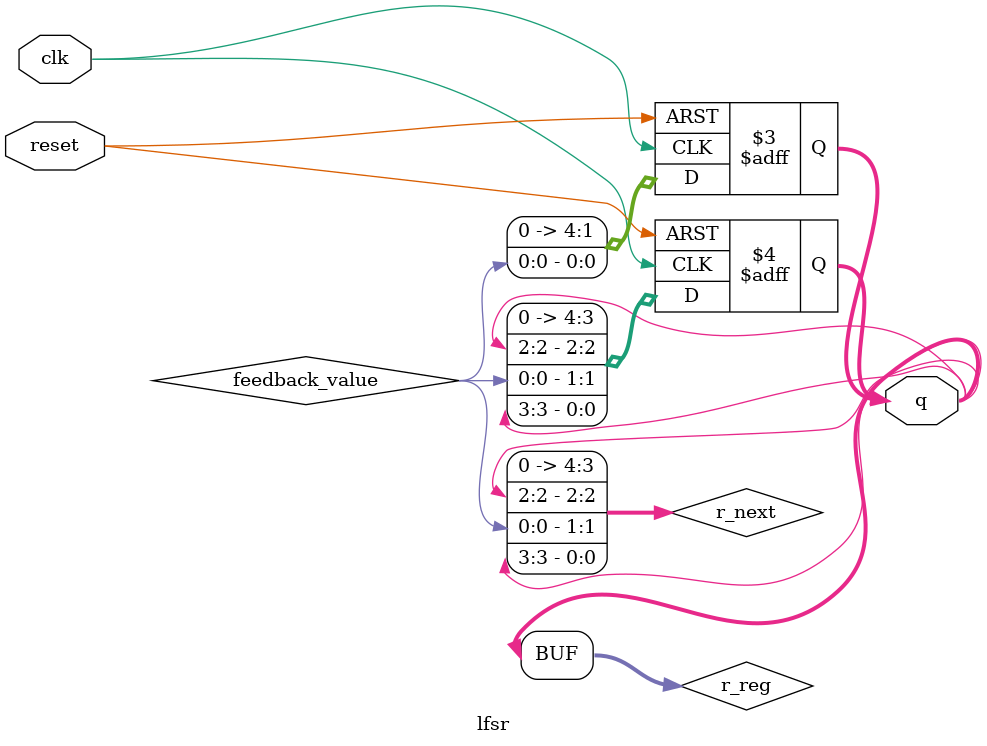
<source format=v>
module lfsr( 
    input clk,
    input reset,
    output [4:0] q
); 
reg [4:0] r_reg;
wire [4:0] r_next;
wire feedback_value;
// on reset set the value of r_reg to 1
// otherwise assign r_next to r_reg
// assign the xor of bit positions 2 and 4 of r_reg to feedback_value
// assign feedback value concatenated with 4 MSBs of r_reg to r_next
// assign r_reg to the output q
assign r_next = { r_reg[2], feedback_value, r_reg[3] };
assign q = r_reg;
assign feedback_value = feedback_value;

// q[0] is the input so it's the state machine starts the state of the LFSR
// which determines the next state of the LFSR will be sampled
// AND the current state of the LFSR.
always@(posedge clk or negedge reset)
begin
    if(reset == 0)
    begin
        r_reg <= 0;
        q <= 0;
    end
    else
    begin
        r_reg <= r_next;
        q <= feedback_value;
  end
end
endmodule

</source>
